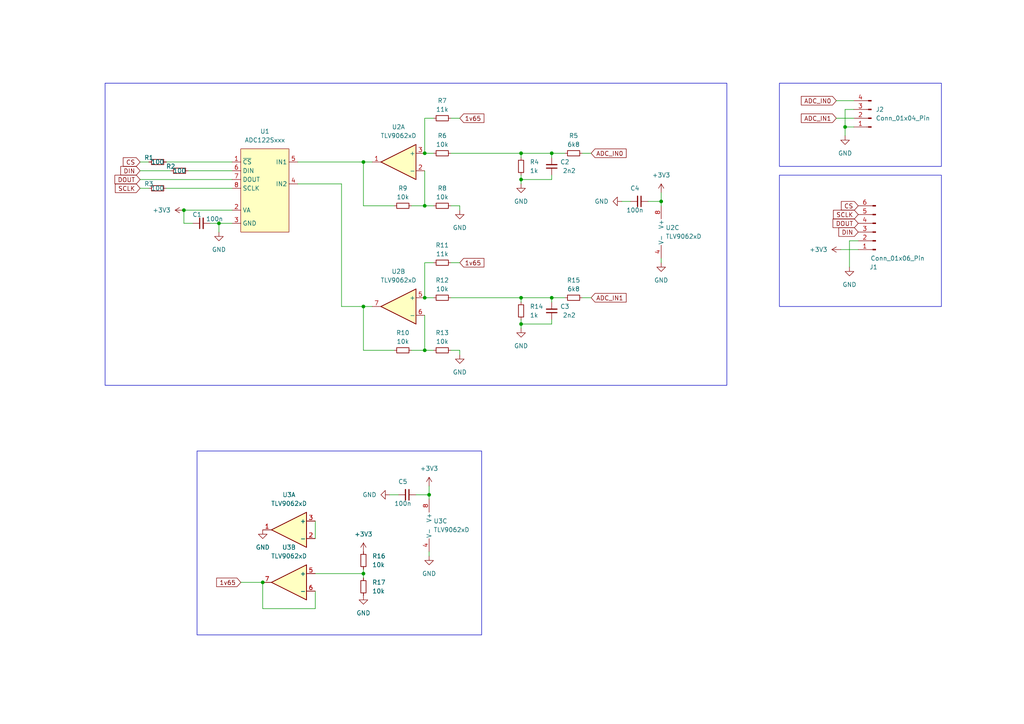
<source format=kicad_sch>
(kicad_sch (version 20230121) (generator eeschema)
  (paper "A4")
  (title_block (title "PMOD 12V") (rev "1a") (company "controlpaths"))
  (lib_symbols
    (symbol "Amplifier_Operational:TLV9062xD" (pin_names (offset 0.127))
      (property "Reference" "U" (at 2.54 6.35 0))
      (property "Value" "TLV9062xD" (at 2.54 3.81 0))
      (symbol "TLV9062xD_1_1"
        (polyline (pts (xy 5.08 0) (xy -5.08 5.08) (xy -5.08 -5.08) (xy 5.08 0)) (stroke (width 0.254)) (fill (type background)))
        (pin output line (at 7.62 0 180) (length 2.54) (name "~") (number "1"))
        (pin input line (at -7.62 -2.54 0) (length 2.54) (name "-") (number "2"))
        (pin input line (at -7.62 2.54 0) (length 2.54) (name "+") (number "3"))
      )
      (symbol "TLV9062xD_2_1"
        (polyline (pts (xy 5.08 0) (xy -5.08 5.08) (xy -5.08 -5.08) (xy 5.08 0)) (stroke (width 0.254)) (fill (type background)))
        (pin input line (at -7.62 2.54 0) (length 2.54) (name "+") (number "5"))
        (pin input line (at -7.62 -2.54 0) (length 2.54) (name "-") (number "6"))
        (pin output line (at 7.62 0 180) (length 2.54) (name "~") (number "7"))
      )
      (symbol "TLV9062xD_3_1"
        (pin power_in line (at 0 -7.62 90) (length 3.81) (name "V-") (number "4"))
        (pin power_in line (at 0 7.62 270) (length 3.81) (name "V+") (number "8"))
      )
    )
    (symbol "Connector:Conn_01x04_Pin" (pin_names (offset 1.016) hide)
      (property "Reference" "J" (at 0 5.08 0))
      (property "Value" "Conn_01x04_Pin" (at 0 -7.62 0))
      (symbol "Conn_01x04_Pin_1_1"
        (polyline (pts (xy 1.27 -5.08) (xy 0.8636 -5.08)) (stroke (width 0.1524)))
        (polyline (pts (xy 1.27 -2.54) (xy 0.8636 -2.54)) (stroke (width 0.1524)))
        (polyline (pts (xy 1.27 0) (xy 0.8636 0)) (stroke (width 0.1524)))
        (polyline (pts (xy 1.27 2.54) (xy 0.8636 2.54)) (stroke (width 0.1524)))
        (rectangle (start 0.8636 -4.953) (end 0 -5.207) (stroke (width 0.1524)) (fill (type outline)))
        (rectangle (start 0.8636 -2.413) (end 0 -2.667) (stroke (width 0.1524)) (fill (type outline)))
        (rectangle (start 0.8636 0.127) (end 0 -0.127) (stroke (width 0.1524)) (fill (type outline)))
        (rectangle (start 0.8636 2.667) (end 0 2.413) (stroke (width 0.1524)) (fill (type outline)))
        (pin passive line (at 5.08 2.54 180) (length 3.81) (name "Pin_1") (number "1"))
        (pin passive line (at 5.08 0 180) (length 3.81) (name "Pin_2") (number "2"))
        (pin passive line (at 5.08 -2.54 180) (length 3.81) (name "Pin_3") (number "3"))
        (pin passive line (at 5.08 -5.08 180) (length 3.81) (name "Pin_4") (number "4"))
      )
    )
    (symbol "Connector:Conn_01x06_Pin" (pin_names (offset 1.016) hide)
      (property "Reference" "J" (at 0 7.62 0))
      (property "Value" "Conn_01x06_Pin" (at 0 -10.16 0))
      (symbol "Conn_01x06_Pin_1_1"
        (polyline (pts (xy 1.27 -7.62) (xy 0.8636 -7.62)) (stroke (width 0.1524)))
        (polyline (pts (xy 1.27 -5.08) (xy 0.8636 -5.08)) (stroke (width 0.1524)))
        (polyline (pts (xy 1.27 -2.54) (xy 0.8636 -2.54)) (stroke (width 0.1524)))
        (polyline (pts (xy 1.27 0) (xy 0.8636 0)) (stroke (width 0.1524)))
        (polyline (pts (xy 1.27 2.54) (xy 0.8636 2.54)) (stroke (width 0.1524)))
        (polyline (pts (xy 1.27 5.08) (xy 0.8636 5.08)) (stroke (width 0.1524)))
        (rectangle (start 0.8636 -7.493) (end 0 -7.747) (stroke (width 0.1524)) (fill (type outline)))
        (rectangle (start 0.8636 -4.953) (end 0 -5.207) (stroke (width 0.1524)) (fill (type outline)))
        (rectangle (start 0.8636 -2.413) (end 0 -2.667) (stroke (width 0.1524)) (fill (type outline)))
        (rectangle (start 0.8636 0.127) (end 0 -0.127) (stroke (width 0.1524)) (fill (type outline)))
        (rectangle (start 0.8636 2.667) (end 0 2.413) (stroke (width 0.1524)) (fill (type outline)))
        (rectangle (start 0.8636 5.207) (end 0 4.953) (stroke (width 0.1524)) (fill (type outline)))
        (pin passive line (at 5.08 5.08 180) (length 3.81) (name "Pin_1") (number "1"))
        (pin passive line (at 5.08 2.54 180) (length 3.81) (name "Pin_2") (number "2"))
        (pin passive line (at 5.08 0 180) (length 3.81) (name "Pin_3") (number "3"))
        (pin passive line (at 5.08 -2.54 180) (length 3.81) (name "Pin_4") (number "4"))
        (pin passive line (at 5.08 -5.08 180) (length 3.81) (name "Pin_5") (number "5"))
        (pin passive line (at 5.08 -7.62 180) (length 3.81) (name "Pin_6") (number "6"))
      )
    )
    (symbol "Device:C_Small" (pin_numbers hide) (pin_names (offset 0.254) hide)
      (property "Reference" "C" (at 0.254 1.778 0))
      (property "Value" "C_Small" (at 0.254 -2.032 0))
      (symbol "C_Small_0_1"
        (polyline (pts (xy -1.524 -0.508) (xy 1.524 -0.508)) (stroke (width 0.3302)))
        (polyline (pts (xy -1.524 0.508) (xy 1.524 0.508)) (stroke (width 0.3048)))
      )
      (symbol "C_Small_1_1"
        (pin passive line (at 0 2.54 270) (length 2.032) (name "~") (number "1"))
        (pin passive line (at 0 -2.54 90) (length 2.032) (name "~") (number "2"))
      )
    )
    (symbol "Device:R_Small" (pin_numbers hide) (pin_names (offset 0.254) hide)
      (property "Reference" "R" (at 0.762 0.508 0))
      (property "Value" "R_Small" (at 0.762 -1.016 0))
      (symbol "R_Small_0_1"
        (rectangle (start -0.762 1.778) (end 0.762 -1.778) (stroke (width 0.2032)))
      )
      (symbol "R_Small_1_1"
        (pin passive line (at 0 2.54 270) (length 0.762) (name "~") (number "1"))
        (pin passive line (at 0 -2.54 90) (length 0.762) (name "~") (number "2"))
      )
    )
    (symbol "cp_adc:adc122sxxx"
      (property "Reference" "U" (at -2.54 -10.16 0))
      (property "Value" "ADC122Sxxx" (at 2.54 16.51 0))
      (symbol "adc122sxxx_0_0"
        (pin unspecified line (at -6.35 -2.54 0) (length 2.54) (name "VA") (number "2"))
        (pin unspecified line (at -6.35 -6.35 0) (length 2.54) (name "GND") (number "3"))
        (pin unspecified line (at 12.7 5.08 180) (length 2.54) (name "IN2") (number "4"))
        (pin unspecified line (at 12.7 11.43 180) (length 2.54) (name "IN1") (number "5"))
        (pin unspecified line (at -6.35 8.89 0) (length 2.54) (name "DIN") (number "6"))
        (pin unspecified line (at -6.35 6.35 0) (length 2.54) (name "DOUT") (number "7"))
        (pin unspecified line (at -6.35 3.81 0) (length 2.54) (name "SCLK") (number "8"))
      )
      (symbol "adc122sxxx_1_0"
        (pin unspecified line (at -6.35 11.43 0) (length 2.54) (name "~{CS}") (number "1"))
      )
      (symbol "adc122sxxx_1_1"
        (rectangle (start -3.81 15.24) (end 10.16 -8.89) (fill (type background)))
      )
    )
    (symbol "power:+3V3" (power) (pin_names (offset 0))
      (property "Value" "+3V3" (at 0 3.556 0))
      (symbol "+3V3_0_1"
        (polyline (pts (xy -0.762 1.27) (xy 0 2.54)))
        (polyline (pts (xy 0 0) (xy 0 2.54)))
        (polyline (pts (xy 0 2.54) (xy 0.762 1.27)))
      )
      (symbol "+3V3_1_1"
        (pin power_in line (at 0 0 90) (length 0) hide (name "+3V3") (number "1"))
      )
    )
    (symbol "power:GND" (power) (pin_names (offset 0))
      (property "Value" "GND" (at 0 -3.81 0))
      (symbol "GND_0_1"
        (polyline (pts (xy 0 0) (xy 0 -1.27) (xy 1.27 -1.27) (xy 0 -2.54) (xy -1.27 -1.27) (xy 0 -1.27)))
      )
      (symbol "GND_1_1"
        (pin power_in line (at 0 0 270) (length 0) hide (name "GND") (number "1"))
      )
    )
  )
  (junction (at 151.13 86.36))
  (junction (at 76.2 168.91))
  (junction (at 53.34 60.96))
  (junction (at 123.19 44.45))
  (junction (at 151.13 93.98))
  (junction (at 151.13 52.07))
  (junction (at 105.41 166.37))
  (junction (at 160.02 86.36))
  (junction (at 245.11 36.83))
  (junction (at 105.41 88.9))
  (junction (at 123.19 86.36))
  (junction (at 105.41 46.99))
  (junction (at 124.46 143.51))
  (junction (at 123.19 59.69))
  (junction (at 123.19 101.6))
  (junction (at 151.13 44.45))
  (junction (at 63.5 64.77))
  (junction (at 160.02 44.45))
  (junction (at 191.77 58.42))
  (wire (pts (xy 91.44 171.45) (xy 91.44 176.53)))
  (wire (pts (xy 63.5 64.77) (xy 67.31 64.77)))
  (wire (pts (xy 123.19 49.53) (xy 123.19 59.69)))
  (wire (pts (xy 91.44 151.13) (xy 91.44 156.21)))
  (wire (pts (xy 91.44 176.53) (xy 76.2 176.53)))
  (wire (pts (xy 114.3 59.69) (xy 105.41 59.69)))
  (wire (pts (xy 125.73 44.45) (xy 123.19 44.45)))
  (wire (pts (xy 160.02 93.98) (xy 160.02 92.71)))
  (wire (pts (xy 48.26 54.61) (xy 67.31 54.61)))
  (wire (pts (xy 160.02 52.07) (xy 160.02 50.8)))
  (wire (pts (xy 125.73 86.36) (xy 123.19 86.36)))
  (wire (pts (xy 86.36 46.99) (xy 105.41 46.99)))
  (wire (pts (xy 191.77 59.69) (xy 191.77 58.42)))
  (wire (pts (xy 55.88 64.77) (xy 53.34 64.77)))
  (wire (pts (xy 160.02 44.45) (xy 163.83 44.45)))
  (wire (pts (xy 133.35 59.69) (xy 130.81 59.69)))
  (wire (pts (xy 245.11 31.75) (xy 247.65 31.75)))
  (wire (pts (xy 246.38 69.85) (xy 248.92 69.85)))
  (wire (pts (xy 60.96 64.77) (xy 63.5 64.77)))
  (wire (pts (xy 151.13 93.98) (xy 160.02 93.98)))
  (wire (pts (xy 151.13 92.71) (xy 151.13 93.98)))
  (wire (pts (xy 168.91 86.36) (xy 171.45 86.36)))
  (wire (pts (xy 151.13 86.36) (xy 151.13 87.63)))
  (wire (pts (xy 119.38 101.6) (xy 123.19 101.6)))
  (wire (pts (xy 63.5 67.31) (xy 63.5 64.77)))
  (wire (pts (xy 105.41 46.99) (xy 107.95 46.99)))
  (wire (pts (xy 76.2 176.53) (xy 76.2 168.91)))
  (wire (pts (xy 151.13 93.98) (xy 151.13 95.25)))
  (wire (pts (xy 242.57 34.29) (xy 247.65 34.29)))
  (wire (pts (xy 53.34 64.77) (xy 53.34 60.96)))
  (wire (pts (xy 114.3 101.6) (xy 105.41 101.6)))
  (wire (pts (xy 54.61 49.53) (xy 67.31 49.53)))
  (wire (pts (xy 120.65 143.51) (xy 124.46 143.51)))
  (wire (pts (xy 160.02 86.36) (xy 160.02 87.63)))
  (wire (pts (xy 242.57 29.21) (xy 247.65 29.21)))
  (wire (pts (xy 40.64 52.07) (xy 67.31 52.07)))
  (wire (pts (xy 123.19 101.6) (xy 125.73 101.6)))
  (wire (pts (xy 69.85 168.91) (xy 76.2 168.91)))
  (wire (pts (xy 119.38 59.69) (xy 123.19 59.69)))
  (wire (pts (xy 125.73 34.29) (xy 123.19 34.29)))
  (wire (pts (xy 133.35 60.96) (xy 133.35 59.69)))
  (wire (pts (xy 187.96 58.42) (xy 191.77 58.42)))
  (wire (pts (xy 113.03 143.51) (xy 115.57 143.51)))
  (wire (pts (xy 105.41 59.69) (xy 105.41 46.99)))
  (wire (pts (xy 168.91 44.45) (xy 171.45 44.45)))
  (wire (pts (xy 245.11 39.37) (xy 245.11 36.83)))
  (wire (pts (xy 133.35 101.6) (xy 130.81 101.6)))
  (wire (pts (xy 243.84 72.39) (xy 248.92 72.39)))
  (wire (pts (xy 246.38 77.47) (xy 246.38 69.85)))
  (wire (pts (xy 123.19 91.44) (xy 123.19 101.6)))
  (wire (pts (xy 105.41 166.37) (xy 105.41 167.64)))
  (wire (pts (xy 40.64 49.53) (xy 49.53 49.53)))
  (wire (pts (xy 86.36 53.34) (xy 99.06 53.34)))
  (wire (pts (xy 91.44 166.37) (xy 105.41 166.37)))
  (wire (pts (xy 151.13 52.07) (xy 160.02 52.07)))
  (wire (pts (xy 130.81 76.2) (xy 133.35 76.2)))
  (wire (pts (xy 151.13 86.36) (xy 160.02 86.36)))
  (wire (pts (xy 130.81 44.45) (xy 151.13 44.45)))
  (wire (pts (xy 191.77 55.88) (xy 191.77 58.42)))
  (wire (pts (xy 124.46 140.97) (xy 124.46 143.51)))
  (wire (pts (xy 133.35 102.87) (xy 133.35 101.6)))
  (wire (pts (xy 160.02 44.45) (xy 160.02 45.72)))
  (wire (pts (xy 53.34 60.96) (xy 67.31 60.96)))
  (wire (pts (xy 105.41 101.6) (xy 105.41 88.9)))
  (wire (pts (xy 245.11 36.83) (xy 245.11 31.75)))
  (wire (pts (xy 124.46 160.02) (xy 124.46 161.29)))
  (wire (pts (xy 151.13 44.45) (xy 160.02 44.45)))
  (wire (pts (xy 105.41 88.9) (xy 107.95 88.9)))
  (wire (pts (xy 160.02 86.36) (xy 163.83 86.36)))
  (wire (pts (xy 99.06 88.9) (xy 105.41 88.9)))
  (wire (pts (xy 40.64 46.99) (xy 43.18 46.99)))
  (wire (pts (xy 151.13 50.8) (xy 151.13 52.07)))
  (wire (pts (xy 125.73 76.2) (xy 123.19 76.2)))
  (wire (pts (xy 40.64 54.61) (xy 43.18 54.61)))
  (wire (pts (xy 48.26 46.99) (xy 67.31 46.99)))
  (wire (pts (xy 151.13 52.07) (xy 151.13 53.34)))
  (wire (pts (xy 191.77 74.93) (xy 191.77 76.2)))
  (wire (pts (xy 180.34 58.42) (xy 182.88 58.42)))
  (wire (pts (xy 123.19 76.2) (xy 123.19 86.36)))
  (wire (pts (xy 124.46 144.78) (xy 124.46 143.51)))
  (wire (pts (xy 105.41 165.1) (xy 105.41 166.37)))
  (wire (pts (xy 123.19 59.69) (xy 125.73 59.69)))
  (wire (pts (xy 151.13 44.45) (xy 151.13 45.72)))
  (wire (pts (xy 130.81 34.29) (xy 133.35 34.29)))
  (wire (pts (xy 245.11 36.83) (xy 247.65 36.83)))
  (wire (pts (xy 99.06 53.34) (xy 99.06 88.9)))
  (wire (pts (xy 130.81 86.36) (xy 151.13 86.36)))
  (wire (pts (xy 123.19 34.29) (xy 123.19 44.45)))
  (rectangle (start 226.06 50.8) (end 273.05 88.9))
  (rectangle (start 57.15 130.81) (end 139.7 184.15))
  (rectangle (start 30.48 24.13) (end 210.82 111.76))
  (rectangle (start 226.06 24.13) (end 273.05 48.26))
  (global_label "1v65" (shape input) (at 69.85 168.91 180) (property "Intersheetrefs" "${INTERSHEET_REFS}" (effects hide)))
  (global_label "CS" (shape input) (at 248.92 59.69 180) (property "Intersheetrefs" "${INTERSHEET_REFS}" (effects hide)))
  (global_label "1v65" (shape input) (at 133.35 76.2 0) (property "Intersheetrefs" "${INTERSHEET_REFS}" (effects hide)))
  (global_label "SCLK" (shape input) (at 248.92 62.23 180) (property "Intersheetrefs" "${INTERSHEET_REFS}" (effects hide)))
  (global_label "DIN" (shape input) (at 40.64 49.53 180) (property "Intersheetrefs" "${INTERSHEET_REFS}" (effects hide)))
  (global_label "ADC_IN0" (shape input) (at 242.57 29.21 180) (property "Intersheetrefs" "${INTERSHEET_REFS}" (effects hide)))
  (global_label "ADC_IN1" (shape input) (at 171.45 86.36 0) (property "Intersheetrefs" "${INTERSHEET_REFS}" (effects hide)))
  (global_label "ADC_IN0" (shape input) (at 171.45 44.45 0) (property "Intersheetrefs" "${INTERSHEET_REFS}" (effects hide)))
  (global_label "ADC_IN1" (shape input) (at 242.57 34.29 180) (property "Intersheetrefs" "${INTERSHEET_REFS}" (effects hide)))
  (global_label "DIN" (shape input) (at 248.92 67.31 180) (property "Intersheetrefs" "${INTERSHEET_REFS}" (effects hide)))
  (global_label "DOUT" (shape input) (at 40.64 52.07 180) (property "Intersheetrefs" "${INTERSHEET_REFS}" (effects hide)))
  (global_label "DOUT" (shape input) (at 248.92 64.77 180) (property "Intersheetrefs" "${INTERSHEET_REFS}" (effects hide)))
  (global_label "SCLK" (shape input) (at 40.64 54.61 180) (property "Intersheetrefs" "${INTERSHEET_REFS}" (effects hide)))
  (global_label "1v65" (shape input) (at 133.35 34.29 0) (property "Intersheetrefs" "${INTERSHEET_REFS}" (effects hide)))
  (global_label "CS" (shape input) (at 40.64 46.99 180) (property "Intersheetrefs" "${INTERSHEET_REFS}" (effects hide)))
  (symbol (lib_id "power:GND") (at 133.35 102.87 0) (unit 1)
    (property "Reference" "#PWR09" (effects hide))
    (property "Value" "GND" (at 133.35 107.95 0))
  )
  (symbol (lib_id "Amplifier_Operational:TLV9062xD") (at 83.82 168.91 0) (mirror y) (unit 2)
    (property "Reference" "U3" (at 83.82 158.75 0))
    (property "Value" "TLV9062xD" (at 83.82 161.29 0))
    (property "Footprint" "Package_SO:SOIC-8_3.9x4.9mm_P1.27mm" (effects hide))
    (property "Datasheet" "https://www.ti.com/lit/ds/symlink/tlv9062.pdf" (effects hide))
    (property "JLCPCB Part #" "C398355" (effects hide))
  )
  (symbol (lib_id "power:GND") (at 151.13 95.25 0) (unit 1)
    (property "Reference" "#PWR010" (effects hide))
    (property "Value" "GND" (at 151.13 100.33 0))
  )
  (symbol (lib_id "Device:C_Small") (at 185.42 58.42 270) (unit 1)
    (property "Reference" "C4" (at 184.15 54.61 90))
    (property "Value" "100n" (at 184.15 60.96 90))
    (property "Footprint" "Capacitor_SMD:C_0603_1608Metric" (effects hide))
  )
  (symbol (lib_id "Device:R_Small") (at 166.37 44.45 270) (unit 1)
    (property "Reference" "R5" (at 166.37 39.37 90))
    (property "Value" "6k8" (at 166.37 41.91 90))
    (property "Footprint" "Resistor_SMD:R_0603_1608Metric" (effects hide))
  )
  (symbol (lib_id "Device:R_Small") (at 128.27 86.36 270) (unit 1)
    (property "Reference" "R12" (at 128.27 81.28 90))
    (property "Value" "10k" (at 128.27 83.82 90))
    (property "Footprint" "Resistor_SMD:R_0603_1608Metric" (effects hide))
  )
  (symbol (lib_id "Device:R_Small") (at 128.27 44.45 270) (unit 1)
    (property "Reference" "R6" (at 128.27 39.37 90))
    (property "Value" "10k" (at 128.27 41.91 90))
    (property "Footprint" "Resistor_SMD:R_0603_1608Metric" (effects hide))
  )
  (symbol (lib_id "power:GND") (at 133.35 60.96 0) (unit 1)
    (property "Reference" "#PWR04" (effects hide))
    (property "Value" "GND" (at 133.35 66.04 0))
  )
  (symbol (lib_id "Device:R_Small") (at 105.41 162.56 0) (unit 1)
    (property "Reference" "R16" (at 107.95 161.29 0) (effects (justify left)))
    (property "Value" "10k" (at 107.95 163.83 0) (effects (justify left)))
    (property "Footprint" "Resistor_SMD:R_0603_1608Metric" (effects hide))
  )
  (symbol (lib_id "Amplifier_Operational:TLV9062xD") (at 83.82 153.67 0) (mirror y) (unit 1)
    (property "Reference" "U3" (at 83.82 143.51 0))
    (property "Value" "TLV9062xD" (at 83.82 146.05 0))
    (property "Footprint" "Package_SO:SOIC-8_3.9x4.9mm_P1.27mm" (effects hide))
    (property "Datasheet" "https://www.ti.com/lit/ds/symlink/tlv9062.pdf" (effects hide))
    (property "JLCPCB Part #" "C398355" (effects hide))
  )
  (symbol (lib_id "Connector:Conn_01x04_Pin") (at 252.73 34.29 180) (unit 1)
    (property "Reference" "J2" (at 254 31.75 0) (effects (justify right)))
    (property "Value" "Conn_01x04_Pin" (at 254 34.29 0) (effects (justify right)))
    (property "Footprint" "Connector_PinHeader_2.54mm:PinHeader_1x04_P2.54mm_Horizontal" (effects hide))
  )
  (symbol (lib_id "Device:R_Small") (at 116.84 101.6 270) (unit 1)
    (property "Reference" "R10" (at 116.84 96.52 90))
    (property "Value" "10k" (at 116.84 99.06 90))
    (property "Footprint" "Resistor_SMD:R_0603_1608Metric" (effects hide))
  )
  (symbol (lib_id "power:+3V3") (at 243.84 72.39 90) (unit 1)
    (property "Reference" "#PWR012" (effects hide))
    (property "Value" "+3V3" (at 240.03 72.39 90) (effects (justify left)))
  )
  (symbol (lib_id "power:GND") (at 124.46 161.29 0) (unit 1)
    (property "Reference" "#PWR017" (effects hide))
    (property "Value" "GND" (at 124.46 166.37 0))
  )
  (symbol (lib_id "power:+3V3") (at 191.77 55.88 0) (unit 1)
    (property "Reference" "#PWR05" (effects hide))
    (property "Value" "+3V3" (at 191.77 50.8 0))
  )
  (symbol (lib_id "Device:R_Small") (at 128.27 101.6 270) (unit 1)
    (property "Reference" "R13" (at 128.27 96.52 90))
    (property "Value" "10k" (at 128.27 99.06 90))
    (property "Footprint" "Resistor_SMD:R_0603_1608Metric" (effects hide))
  )
  (symbol (lib_id "Device:R_Small") (at 128.27 59.69 270) (unit 1)
    (property "Reference" "R8" (at 128.27 54.61 90))
    (property "Value" "10k" (at 128.27 57.15 90))
    (property "Footprint" "Resistor_SMD:R_0603_1608Metric" (effects hide))
  )
  (symbol (lib_id "Device:C_Small") (at 58.42 64.77 90) (unit 1)
    (property "Reference" "C1" (at 57.15 62.23 90))
    (property "Value" "100n" (at 62.23 63.5 90))
    (property "Footprint" "Capacitor_SMD:C_0603_1608Metric" (effects hide))
  )
  (symbol (lib_id "Device:C_Small") (at 160.02 48.26 180) (unit 1)
    (property "Reference" "C2" (at 163.83 46.99 0))
    (property "Value" "2n2" (at 165.1 49.53 0))
    (property "Footprint" "Capacitor_SMD:C_0603_1608Metric" (effects hide))
  )
  (symbol (lib_id "cp_adc:adc122sxxx") (at 73.66 58.42 0) (unit 1)
    (property "Reference" "U1" (at 76.835 38.1 0))
    (property "Value" "ADC122Sxxx" (at 76.835 40.64 0))
    (property "Footprint" "Package_SO:VSSOP-8_3.0x3.0mm_P0.65mm" (effects hide))
    (property "JLCPCB Part #" "C528639" (effects hide))
  )
  (symbol (lib_id "power:GND") (at 245.11 39.37 0) (unit 1)
    (property "Reference" "#PWR014" (effects hide))
    (property "Value" "GND" (at 245.11 44.45 0))
  )
  (symbol (lib_id "power:GND") (at 63.5 67.31 0) (unit 1)
    (property "Reference" "#PWR02" (effects hide))
    (property "Value" "GND" (at 63.5 72.39 0))
  )
  (symbol (lib_id "Device:C_Small") (at 118.11 143.51 270) (unit 1)
    (property "Reference" "C5" (at 116.84 139.7 90))
    (property "Value" "100n" (at 116.84 146.05 90))
    (property "Footprint" "Capacitor_SMD:C_0603_1608Metric" (effects hide))
  )
  (symbol (lib_id "Device:R_Small") (at 166.37 86.36 270) (unit 1)
    (property "Reference" "R15" (at 166.37 81.28 90))
    (property "Value" "6k8" (at 166.37 83.82 90))
    (property "Footprint" "Resistor_SMD:R_0603_1608Metric" (effects hide))
  )
  (symbol (lib_id "power:GND") (at 191.77 76.2 0) (unit 1)
    (property "Reference" "#PWR06" (effects hide))
    (property "Value" "GND" (at 191.77 81.28 0))
  )
  (symbol (lib_id "Device:R_Small") (at 116.84 59.69 270) (unit 1)
    (property "Reference" "R9" (at 116.84 54.61 90))
    (property "Value" "10k" (at 116.84 57.15 90))
    (property "Footprint" "Resistor_SMD:R_0603_1608Metric" (effects hide))
  )
  (symbol (lib_id "Device:R_Small") (at 128.27 76.2 270) (unit 1)
    (property "Reference" "R11" (at 128.27 71.12 90))
    (property "Value" "11k" (at 128.27 73.66 90))
    (property "Footprint" "Resistor_SMD:R_0603_1608Metric" (effects hide))
  )
  (symbol (lib_id "Amplifier_Operational:TLV9062xD") (at 191.77 67.31 0) (unit 3)
    (property "Reference" "U2" (at 193.04 66.04 0) (effects (justify left)))
    (property "Value" "TLV9062xD" (at 193.04 68.58 0) (effects (justify left)))
    (property "Footprint" "Package_SO:SOIC-8_3.9x4.9mm_P1.27mm" (effects hide))
    (property "Datasheet" "https://www.ti.com/lit/ds/symlink/tlv9062.pdf" (effects hide))
    (property "JLCPCB Part #" "C398355" (effects hide))
  )
  (symbol (lib_id "Device:C_Small") (at 160.02 90.17 180) (unit 1)
    (property "Reference" "C3" (at 163.83 88.9 0))
    (property "Value" "2n2" (at 165.1 91.44 0))
    (property "Footprint" "Capacitor_SMD:C_0603_1608Metric" (effects hide))
  )
  (symbol (lib_id "power:GND") (at 151.13 53.34 0) (unit 1)
    (property "Reference" "#PWR03" (effects hide))
    (property "Value" "GND" (at 151.13 58.42 0))
  )
  (symbol (lib_id "Connector:Conn_01x06_Pin") (at 254 67.31 180) (unit 1)
    (property "Reference" "J1" (at 253.365 77.47 0))
    (property "Value" "Conn_01x06_Pin" (at 260.35 74.93 0))
    (property "Footprint" "Connector_PinHeader_2.54mm:PinHeader_1x06_P2.54mm_Horizontal" (effects hide))
  )
  (symbol (lib_id "Device:R_Small") (at 151.13 48.26 180) (unit 1)
    (property "Reference" "R4" (at 153.67 46.99 0) (effects (justify right)))
    (property "Value" "1k" (at 153.67 49.53 0) (effects (justify right)))
    (property "Footprint" "Resistor_SMD:R_0603_1608Metric" (effects hide))
  )
  (symbol (lib_id "power:GND") (at 76.2 153.67 0) (unit 1)
    (property "Reference" "#PWR011" (effects hide))
    (property "Value" "GND" (at 76.2 158.75 0))
  )
  (symbol (lib_id "Device:R_Small") (at 128.27 34.29 270) (unit 1)
    (property "Reference" "R7" (at 128.27 29.21 90))
    (property "Value" "11k" (at 128.27 31.75 90))
    (property "Footprint" "Resistor_SMD:R_0603_1608Metric" (effects hide))
  )
  (symbol (lib_id "Device:R_Small") (at 105.41 170.18 0) (unit 1)
    (property "Reference" "R17" (at 107.95 168.91 0) (effects (justify left)))
    (property "Value" "10k" (at 107.95 171.45 0) (effects (justify left)))
    (property "Footprint" "Resistor_SMD:R_0603_1608Metric" (effects hide))
  )
  (symbol (lib_id "Device:R_Small") (at 45.72 54.61 90) (unit 1)
    (property "Reference" "R3" (at 43.18 53.34 90))
    (property "Value" "100" (at 45.72 54.61 90))
    (property "Footprint" "Resistor_SMD:R_0603_1608Metric" (effects hide))
    (property "Datasheet" "100" (effects hide))
  )
  (symbol (lib_id "Device:R_Small") (at 45.72 46.99 90) (unit 1)
    (property "Reference" "R1" (at 43.18 45.72 90))
    (property "Value" "100" (at 45.72 46.99 90))
    (property "Footprint" "Resistor_SMD:R_0603_1608Metric" (effects hide))
    (property "Datasheet" "100" (effects hide))
  )
  (symbol (lib_id "Device:R_Small") (at 52.07 49.53 90) (unit 1)
    (property "Reference" "R2" (at 49.53 48.26 90))
    (property "Value" "100" (at 52.07 49.53 90))
    (property "Footprint" "Resistor_SMD:R_0603_1608Metric" (effects hide))
    (property "Datasheet" "100" (effects hide))
  )
  (symbol (lib_id "power:+3V3") (at 53.34 60.96 90) (unit 1)
    (property "Reference" "#PWR01" (effects hide))
    (property "Value" "+3V3" (at 49.53 60.96 90) (effects (justify left)))
  )
  (symbol (lib_id "power:GND") (at 113.03 143.51 270) (unit 1)
    (property "Reference" "#PWR015" (effects hide))
    (property "Value" "GND" (at 109.22 143.51 90) (effects (justify right)))
  )
  (symbol (lib_id "power:GND") (at 246.38 77.47 0) (unit 1)
    (property "Reference" "#PWR08" (effects hide))
    (property "Value" "GND" (at 246.38 82.55 0))
  )
  (symbol (lib_id "Amplifier_Operational:TLV9062xD") (at 115.57 46.99 0) (mirror y) (unit 1)
    (property "Reference" "U2" (at 115.57 36.83 0))
    (property "Value" "TLV9062xD" (at 115.57 39.37 0))
    (property "Footprint" "Package_SO:SOIC-8_3.9x4.9mm_P1.27mm" (effects hide))
    (property "Datasheet" "https://www.ti.com/lit/ds/symlink/tlv9062.pdf" (effects hide))
    (property "JLCPCB Part #" "C398355" (effects hide))
  )
  (symbol (lib_id "Amplifier_Operational:TLV9062xD") (at 115.57 88.9 0) (mirror y) (unit 2)
    (property "Reference" "U2" (at 115.57 78.74 0))
    (property "Value" "TLV9062xD" (at 115.57 81.28 0))
    (property "Footprint" "Package_SO:SOIC-8_3.9x4.9mm_P1.27mm" (effects hide))
    (property "Datasheet" "https://www.ti.com/lit/ds/symlink/tlv9062.pdf" (effects hide))
    (property "JLCPCB Part #" "C398355" (effects hide))
  )
  (symbol (lib_id "power:+3V3") (at 105.41 160.02 0) (unit 1)
    (property "Reference" "#PWR018" (effects hide))
    (property "Value" "+3V3" (at 105.41 154.94 0))
  )
  (symbol (lib_id "Amplifier_Operational:TLV9062xD") (at 124.46 152.4 0) (unit 3)
    (property "Reference" "U3" (at 125.73 151.13 0) (effects (justify left)))
    (property "Value" "TLV9062xD" (at 125.73 153.67 0) (effects (justify left)))
    (property "Footprint" "Package_SO:SOIC-8_3.9x4.9mm_P1.27mm" (effects hide))
    (property "Datasheet" "https://www.ti.com/lit/ds/symlink/tlv9062.pdf" (effects hide))
    (property "JLCPCB Part #" "C398355" (effects hide))
  )
  (symbol (lib_id "power:+3V3") (at 124.46 140.97 0) (unit 1)
    (property "Reference" "#PWR016" (effects hide))
    (property "Value" "+3V3" (at 124.46 135.89 0))
  )
  (symbol (lib_id "Device:R_Small") (at 151.13 90.17 180) (unit 1)
    (property "Reference" "R14" (at 153.67 88.9 0) (effects (justify right)))
    (property "Value" "1k" (at 153.67 91.44 0) (effects (justify right)))
    (property "Footprint" "Resistor_SMD:R_0603_1608Metric" (effects hide))
  )
  (symbol (lib_id "power:GND") (at 105.41 172.72 0) (unit 1)
    (property "Reference" "#PWR019" (effects hide))
    (property "Value" "GND" (at 105.41 177.8 0))
  )
  (symbol (lib_id "power:GND") (at 180.34 58.42 270) (unit 1)
    (property "Reference" "#PWR07" (effects hide))
    (property "Value" "GND" (at 176.53 58.42 90) (effects (justify right)))
  )
)
</source>
